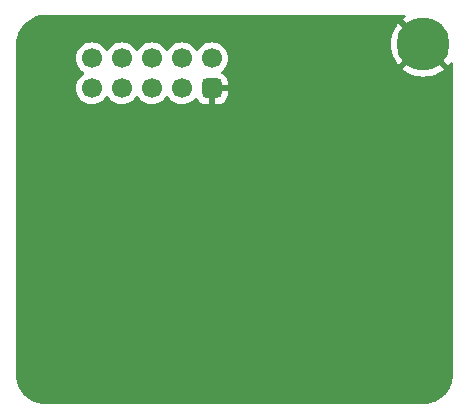
<source format=gbr>
%TF.GenerationSoftware,KiCad,Pcbnew,7.0.1-0*%
%TF.CreationDate,2023-08-23T15:05:17+02:00*%
%TF.ProjectId,ESP32SomfyPOE,45535033-3253-46f6-9d66-79504f452e6b,rev?*%
%TF.SameCoordinates,Original*%
%TF.FileFunction,Copper,L2,Bot*%
%TF.FilePolarity,Positive*%
%FSLAX46Y46*%
G04 Gerber Fmt 4.6, Leading zero omitted, Abs format (unit mm)*
G04 Created by KiCad (PCBNEW 7.0.1-0) date 2023-08-23 15:05:17*
%MOMM*%
%LPD*%
G01*
G04 APERTURE LIST*
G04 Aperture macros list*
%AMRoundRect*
0 Rectangle with rounded corners*
0 $1 Rounding radius*
0 $2 $3 $4 $5 $6 $7 $8 $9 X,Y pos of 4 corners*
0 Add a 4 corners polygon primitive as box body*
4,1,4,$2,$3,$4,$5,$6,$7,$8,$9,$2,$3,0*
0 Add four circle primitives for the rounded corners*
1,1,$1+$1,$2,$3*
1,1,$1+$1,$4,$5*
1,1,$1+$1,$6,$7*
1,1,$1+$1,$8,$9*
0 Add four rect primitives between the rounded corners*
20,1,$1+$1,$2,$3,$4,$5,0*
20,1,$1+$1,$4,$5,$6,$7,0*
20,1,$1+$1,$6,$7,$8,$9,0*
20,1,$1+$1,$8,$9,$2,$3,0*%
G04 Aperture macros list end*
%TA.AperFunction,ComponentPad*%
%ADD10C,4.500000*%
%TD*%
%TA.AperFunction,ComponentPad*%
%ADD11C,1.700000*%
%TD*%
%TA.AperFunction,ComponentPad*%
%ADD12RoundRect,0.425000X-0.425000X0.425000X-0.425000X-0.425000X0.425000X-0.425000X0.425000X0.425000X0*%
%TD*%
%TA.AperFunction,ViaPad*%
%ADD13C,0.800000*%
%TD*%
G04 APERTURE END LIST*
D10*
%TO.P,H1,1,1*%
%TO.N,GND*%
X119500000Y-65850000D03*
%TD*%
D11*
%TO.P,UEXT,1,3V3*%
%TO.N,+3V3*%
X101600000Y-67056000D03*
D12*
%TO.P,UEXT,2,GND*%
%TO.N,GND*%
X101600000Y-69596000D03*
D11*
%TO.P,UEXT,3,TXD*%
%TO.N,GPIO4*%
X99060000Y-67056000D03*
%TO.P,UEXT,4,RXD*%
%TO.N,GPI36*%
X99060000Y-69596000D03*
%TO.P,UEXT,5,SCL*%
%TO.N,GPIO16*%
X96520000Y-67056000D03*
%TO.P,UEXT,6,SDA*%
%TO.N,GPIO13*%
X96520000Y-69596000D03*
%TO.P,UEXT,7,MISO*%
%TO.N,GPIO15*%
X93980000Y-67056000D03*
%TO.P,UEXT,8,MOSI*%
%TO.N,GPIO2*%
X93980000Y-69596000D03*
%TO.P,UEXT,9,SCK*%
%TO.N,GPIO14*%
X91440000Y-67056000D03*
%TO.P,UEXT,10,~{SSEL}*%
%TO.N,GPIO5*%
X91440000Y-69596000D03*
%TD*%
D13*
%TO.N,GND*%
X107696000Y-93853000D03*
X106553000Y-92583000D03*
X107696000Y-79629000D03*
X113284000Y-78359000D03*
X93218000Y-79629000D03*
X107696000Y-92583000D03*
X113284000Y-79629000D03*
X112141000Y-78359000D03*
X98933000Y-79629000D03*
X107696000Y-78359000D03*
X91440000Y-77724000D03*
X108839000Y-79629000D03*
X108839000Y-78359000D03*
X106553000Y-93853000D03*
X112141000Y-79629000D03*
%TD*%
%TA.AperFunction,Conductor*%
%TO.N,GND*%
G36*
X117930595Y-63369986D02*
G01*
X117975912Y-63414759D01*
X117993019Y-63476123D01*
X117977401Y-63537883D01*
X117939889Y-63576779D01*
X117940871Y-63578032D01*
X117739416Y-63735861D01*
X117739416Y-63735862D01*
X119500000Y-65496447D01*
X121614136Y-67610582D01*
X121614137Y-67610582D01*
X121767343Y-67415030D01*
X121769384Y-67411655D01*
X121771854Y-67409272D01*
X121771967Y-67409129D01*
X121771987Y-67409144D01*
X121815239Y-67367434D01*
X121876999Y-67351815D01*
X121938363Y-67368922D01*
X121983136Y-67414239D01*
X121999500Y-67475806D01*
X121999500Y-70365159D01*
X121996883Y-93744524D01*
X121996378Y-93747065D01*
X121996378Y-93793399D01*
X121996183Y-93800352D01*
X121989913Y-93912001D01*
X121989882Y-93912534D01*
X121979610Y-94082382D01*
X121978084Y-94095666D01*
X121955617Y-94227902D01*
X121955338Y-94229483D01*
X121928601Y-94375389D01*
X121925786Y-94387366D01*
X121887463Y-94520388D01*
X121886695Y-94522950D01*
X121843853Y-94660438D01*
X121840028Y-94671000D01*
X121786400Y-94800471D01*
X121784915Y-94803910D01*
X121726517Y-94933665D01*
X121721969Y-94942755D01*
X121653765Y-95066160D01*
X121651355Y-95070328D01*
X121578182Y-95191374D01*
X121573194Y-95198980D01*
X121491345Y-95314337D01*
X121487825Y-95319055D01*
X121400845Y-95430076D01*
X121395695Y-95436230D01*
X121301307Y-95541850D01*
X121296528Y-95546904D01*
X121196904Y-95646528D01*
X121191850Y-95651307D01*
X121086230Y-95745695D01*
X121080076Y-95750845D01*
X120969055Y-95837825D01*
X120964337Y-95841345D01*
X120848980Y-95923194D01*
X120841374Y-95928182D01*
X120720328Y-96001355D01*
X120716160Y-96003765D01*
X120592755Y-96071969D01*
X120583665Y-96076517D01*
X120453910Y-96134915D01*
X120450471Y-96136400D01*
X120321000Y-96190028D01*
X120310438Y-96193853D01*
X120172950Y-96236695D01*
X120170388Y-96237463D01*
X120037366Y-96275786D01*
X120025389Y-96278601D01*
X119879483Y-96305338D01*
X119877902Y-96305617D01*
X119745666Y-96328084D01*
X119732382Y-96329610D01*
X119562534Y-96339882D01*
X119562001Y-96339913D01*
X119457268Y-96345794D01*
X119450349Y-96346183D01*
X119443399Y-96346378D01*
X87553481Y-96346378D01*
X87546528Y-96346183D01*
X87538941Y-96345756D01*
X87432774Y-96339794D01*
X87432250Y-96339763D01*
X87264698Y-96329640D01*
X87251405Y-96328114D01*
X87117302Y-96305329D01*
X87115721Y-96305050D01*
X86971706Y-96278658D01*
X86959730Y-96275843D01*
X86825511Y-96237175D01*
X86822948Y-96236406D01*
X86686667Y-96193938D01*
X86676106Y-96190114D01*
X86545756Y-96136122D01*
X86542317Y-96134637D01*
X86413444Y-96076635D01*
X86404358Y-96072089D01*
X86280244Y-96003493D01*
X86276076Y-96001083D01*
X86155743Y-95928339D01*
X86148137Y-95923351D01*
X86032180Y-95841073D01*
X86027463Y-95837555D01*
X85917058Y-95751058D01*
X85910904Y-95745906D01*
X85804768Y-95651056D01*
X85799713Y-95646278D01*
X85700612Y-95547176D01*
X85695834Y-95542122D01*
X85600974Y-95435973D01*
X85595823Y-95429819D01*
X85509329Y-95319417D01*
X85505825Y-95314719D01*
X85423516Y-95198715D01*
X85418543Y-95191129D01*
X85345816Y-95070822D01*
X85343405Y-95066654D01*
X85343132Y-95066160D01*
X85274780Y-94942484D01*
X85270264Y-94933458D01*
X85212236Y-94804523D01*
X85210800Y-94801198D01*
X85164441Y-94689275D01*
X85156778Y-94670774D01*
X85152955Y-94660213D01*
X85110477Y-94523895D01*
X85109708Y-94521332D01*
X85071047Y-94387132D01*
X85068238Y-94375181D01*
X85041833Y-94231091D01*
X85041591Y-94229717D01*
X85018777Y-94095440D01*
X85017256Y-94082201D01*
X85007284Y-93917316D01*
X85000694Y-93799954D01*
X85000500Y-93793013D01*
X85000500Y-69596000D01*
X90084340Y-69596000D01*
X90104936Y-69831407D01*
X90149709Y-69998501D01*
X90166097Y-70059663D01*
X90265965Y-70273830D01*
X90401505Y-70467401D01*
X90568599Y-70634495D01*
X90762170Y-70770035D01*
X90976337Y-70869903D01*
X91204592Y-70931063D01*
X91440000Y-70951659D01*
X91675408Y-70931063D01*
X91903663Y-70869903D01*
X92117830Y-70770035D01*
X92311401Y-70634495D01*
X92478495Y-70467401D01*
X92608426Y-70281839D01*
X92652743Y-70242975D01*
X92710000Y-70228964D01*
X92767257Y-70242975D01*
X92811573Y-70281839D01*
X92941505Y-70467401D01*
X93108599Y-70634495D01*
X93302170Y-70770035D01*
X93516337Y-70869903D01*
X93744592Y-70931063D01*
X93980000Y-70951659D01*
X94215408Y-70931063D01*
X94443663Y-70869903D01*
X94657830Y-70770035D01*
X94851401Y-70634495D01*
X95018495Y-70467401D01*
X95148426Y-70281839D01*
X95192743Y-70242975D01*
X95250000Y-70228964D01*
X95307257Y-70242975D01*
X95351573Y-70281839D01*
X95481505Y-70467401D01*
X95648599Y-70634495D01*
X95842170Y-70770035D01*
X96056337Y-70869903D01*
X96284592Y-70931063D01*
X96520000Y-70951659D01*
X96755408Y-70931063D01*
X96983663Y-70869903D01*
X97197830Y-70770035D01*
X97391401Y-70634495D01*
X97558495Y-70467401D01*
X97688426Y-70281839D01*
X97732743Y-70242975D01*
X97790000Y-70228964D01*
X97847257Y-70242975D01*
X97891573Y-70281839D01*
X98021505Y-70467401D01*
X98188599Y-70634495D01*
X98382170Y-70770035D01*
X98596337Y-70869903D01*
X98824592Y-70931063D01*
X99060000Y-70951659D01*
X99295408Y-70931063D01*
X99523663Y-70869903D01*
X99737830Y-70770035D01*
X99931401Y-70634495D01*
X100098495Y-70467401D01*
X100133979Y-70416723D01*
X100182168Y-70375929D01*
X100244201Y-70364151D01*
X100303992Y-70384447D01*
X100346037Y-70431554D01*
X100394957Y-70527566D01*
X100517324Y-70678675D01*
X100668433Y-70801042D01*
X100841684Y-70889318D01*
X101029501Y-70939643D01*
X101110265Y-70946000D01*
X101350000Y-70946000D01*
X101350000Y-69846000D01*
X101850000Y-69846000D01*
X101850000Y-70946000D01*
X102089735Y-70946000D01*
X102170498Y-70939643D01*
X102358315Y-70889318D01*
X102531566Y-70801042D01*
X102682675Y-70678675D01*
X102805042Y-70527566D01*
X102893318Y-70354315D01*
X102943643Y-70166498D01*
X102950000Y-70085735D01*
X102950000Y-69846000D01*
X101850000Y-69846000D01*
X101350000Y-69846000D01*
X101350000Y-69470000D01*
X101366613Y-69408000D01*
X101412000Y-69362613D01*
X101474000Y-69346000D01*
X102950000Y-69346000D01*
X102950000Y-69106265D01*
X102943643Y-69025501D01*
X102893318Y-68837684D01*
X102805042Y-68664433D01*
X102682675Y-68513324D01*
X102531566Y-68390957D01*
X102435554Y-68342037D01*
X102388447Y-68299992D01*
X102368151Y-68240201D01*
X102379929Y-68178168D01*
X102420723Y-68129979D01*
X102471401Y-68094495D01*
X102601758Y-67964138D01*
X117739416Y-67964138D01*
X117934960Y-68117338D01*
X118219681Y-68289456D01*
X118523053Y-68425994D01*
X118840673Y-68524968D01*
X119167917Y-68584938D01*
X119500000Y-68605026D01*
X119832082Y-68584938D01*
X120159326Y-68524968D01*
X120476946Y-68425994D01*
X120780318Y-68289456D01*
X121065033Y-68117341D01*
X121260582Y-67964137D01*
X121260582Y-67964136D01*
X119500001Y-66203553D01*
X119500000Y-66203553D01*
X117739416Y-67964136D01*
X117739416Y-67964138D01*
X102601758Y-67964138D01*
X102638495Y-67927401D01*
X102774035Y-67733830D01*
X102873903Y-67519663D01*
X102935063Y-67291408D01*
X102955659Y-67056000D01*
X102935063Y-66820592D01*
X102873903Y-66592337D01*
X102774035Y-66378171D01*
X102638495Y-66184599D01*
X102471401Y-66017505D01*
X102277830Y-65881965D01*
X102209281Y-65850000D01*
X116744973Y-65850000D01*
X116765061Y-66182082D01*
X116825031Y-66509326D01*
X116924005Y-66826946D01*
X117060543Y-67130318D01*
X117232657Y-67415033D01*
X117385862Y-67610582D01*
X119146446Y-65850000D01*
X119146446Y-65849998D01*
X117385862Y-64089416D01*
X117385861Y-64089416D01*
X117232657Y-64284966D01*
X117060543Y-64569681D01*
X116924005Y-64873053D01*
X116825031Y-65190673D01*
X116765061Y-65517917D01*
X116744973Y-65850000D01*
X102209281Y-65850000D01*
X102063663Y-65782097D01*
X101980777Y-65759888D01*
X101835407Y-65720936D01*
X101600000Y-65700340D01*
X101364592Y-65720936D01*
X101136336Y-65782097D01*
X100922170Y-65881965D01*
X100728598Y-66017505D01*
X100561505Y-66184598D01*
X100431575Y-66370159D01*
X100387257Y-66409025D01*
X100330000Y-66423036D01*
X100272743Y-66409025D01*
X100228425Y-66370159D01*
X100213449Y-66348771D01*
X100098495Y-66184599D01*
X99931401Y-66017505D01*
X99737830Y-65881965D01*
X99523663Y-65782097D01*
X99440777Y-65759888D01*
X99295407Y-65720936D01*
X99060000Y-65700340D01*
X98824592Y-65720936D01*
X98596336Y-65782097D01*
X98382170Y-65881965D01*
X98188598Y-66017505D01*
X98021505Y-66184598D01*
X97891575Y-66370159D01*
X97847257Y-66409025D01*
X97790000Y-66423036D01*
X97732743Y-66409025D01*
X97688425Y-66370159D01*
X97673449Y-66348771D01*
X97558495Y-66184599D01*
X97391401Y-66017505D01*
X97197830Y-65881965D01*
X96983663Y-65782097D01*
X96900777Y-65759888D01*
X96755407Y-65720936D01*
X96520000Y-65700340D01*
X96284592Y-65720936D01*
X96056336Y-65782097D01*
X95842170Y-65881965D01*
X95648598Y-66017505D01*
X95481505Y-66184598D01*
X95351575Y-66370159D01*
X95307257Y-66409025D01*
X95250000Y-66423036D01*
X95192743Y-66409025D01*
X95148425Y-66370159D01*
X95133449Y-66348771D01*
X95018495Y-66184599D01*
X94851401Y-66017505D01*
X94657830Y-65881965D01*
X94443663Y-65782097D01*
X94360777Y-65759888D01*
X94215407Y-65720936D01*
X93980000Y-65700340D01*
X93744592Y-65720936D01*
X93516336Y-65782097D01*
X93302170Y-65881965D01*
X93108598Y-66017505D01*
X92941505Y-66184598D01*
X92811575Y-66370159D01*
X92767257Y-66409025D01*
X92710000Y-66423036D01*
X92652743Y-66409025D01*
X92608425Y-66370159D01*
X92593449Y-66348771D01*
X92478495Y-66184599D01*
X92311401Y-66017505D01*
X92117830Y-65881965D01*
X91903663Y-65782097D01*
X91820777Y-65759888D01*
X91675407Y-65720936D01*
X91440000Y-65700340D01*
X91204592Y-65720936D01*
X90976336Y-65782097D01*
X90762170Y-65881965D01*
X90568598Y-66017505D01*
X90401505Y-66184598D01*
X90265965Y-66378170D01*
X90166097Y-66592336D01*
X90104936Y-66820592D01*
X90084340Y-67056000D01*
X90104936Y-67291407D01*
X90137849Y-67414239D01*
X90166097Y-67519663D01*
X90265965Y-67733830D01*
X90401505Y-67927401D01*
X90568599Y-68094495D01*
X90754160Y-68224426D01*
X90793024Y-68268743D01*
X90807035Y-68326000D01*
X90793024Y-68383257D01*
X90754159Y-68427575D01*
X90568595Y-68557508D01*
X90401505Y-68724598D01*
X90265965Y-68918170D01*
X90166097Y-69132336D01*
X90104936Y-69360592D01*
X90084340Y-69596000D01*
X85000500Y-69596000D01*
X85000500Y-65906599D01*
X85000695Y-65899649D01*
X85001688Y-65881964D01*
X85006878Y-65789530D01*
X85017300Y-65617406D01*
X85018822Y-65604161D01*
X85041018Y-65473523D01*
X85041214Y-65472409D01*
X85068341Y-65324374D01*
X85071145Y-65312445D01*
X85109163Y-65180479D01*
X85109878Y-65178096D01*
X85153120Y-65039327D01*
X85156932Y-65028794D01*
X85210249Y-64900073D01*
X85211634Y-64896869D01*
X85270503Y-64766066D01*
X85275034Y-64757010D01*
X85342855Y-64634295D01*
X85345205Y-64630232D01*
X85418889Y-64508342D01*
X85423843Y-64500785D01*
X85505279Y-64386011D01*
X85508776Y-64381325D01*
X85596299Y-64269608D01*
X85601353Y-64263569D01*
X85695343Y-64158392D01*
X85700019Y-64153447D01*
X85800323Y-64053142D01*
X85805286Y-64048450D01*
X85910419Y-63954496D01*
X85916518Y-63949391D01*
X86028237Y-63861865D01*
X86032863Y-63858414D01*
X86147690Y-63776940D01*
X86155211Y-63772007D01*
X86277094Y-63698326D01*
X86281165Y-63695972D01*
X86403909Y-63628134D01*
X86412933Y-63623618D01*
X86543727Y-63564752D01*
X86547016Y-63563332D01*
X86675672Y-63510040D01*
X86686186Y-63506233D01*
X86825053Y-63462961D01*
X86827348Y-63462272D01*
X86959330Y-63424248D01*
X86971239Y-63421449D01*
X87119204Y-63394333D01*
X87120409Y-63394120D01*
X87251046Y-63371924D01*
X87264277Y-63370404D01*
X87439481Y-63359807D01*
X87439832Y-63359786D01*
X87546125Y-63353817D01*
X87553079Y-63353622D01*
X117869028Y-63353622D01*
X117930595Y-63369986D01*
G37*
%TD.AperFunction*%
%TD*%
M02*

</source>
